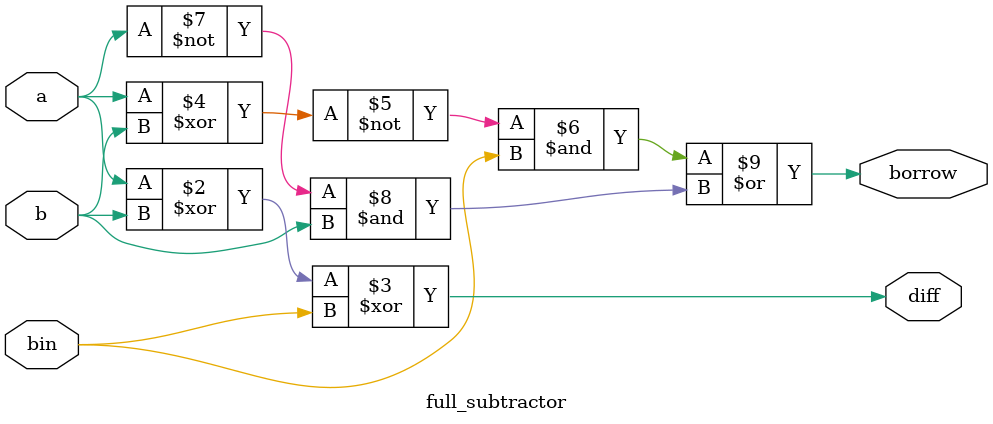
<source format=v>
module full_subtractor(
input a,b,bin,
output reg diff,borrow);
always@(a or b or bin) begin
diff=a^b^bin;
borrow=(~(a^b)&bin)|(~a&b);
end
endmodule

</source>
